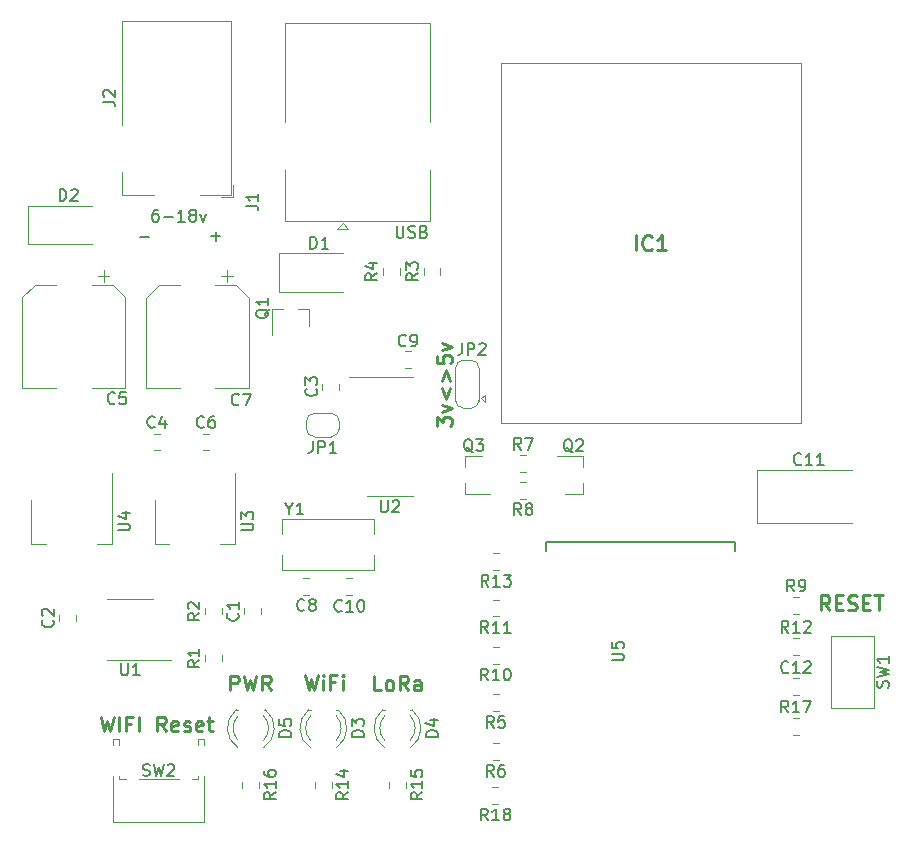
<source format=gbr>
G04 #@! TF.GenerationSoftware,KiCad,Pcbnew,(5.1.5)-3*
G04 #@! TF.CreationDate,2021-12-10T20:52:45-03:00*
G04 #@! TF.ProjectId,server,73657276-6572-42e6-9b69-6361645f7063,rev?*
G04 #@! TF.SameCoordinates,Original*
G04 #@! TF.FileFunction,Legend,Top*
G04 #@! TF.FilePolarity,Positive*
%FSLAX46Y46*%
G04 Gerber Fmt 4.6, Leading zero omitted, Abs format (unit mm)*
G04 Created by KiCad (PCBNEW (5.1.5)-3) date 2021-12-10 20:52:45*
%MOMM*%
%LPD*%
G04 APERTURE LIST*
%ADD10C,0.200000*%
%ADD11C,0.250000*%
%ADD12C,0.120000*%
%ADD13C,0.152400*%
%ADD14C,0.100000*%
%ADD15C,0.150000*%
%ADD16C,0.254000*%
G04 APERTURE END LIST*
D10*
X57574655Y-38812220D02*
X57574655Y-39621744D01*
X57622274Y-39716982D01*
X57669893Y-39764601D01*
X57765131Y-39812220D01*
X57955607Y-39812220D01*
X58050845Y-39764601D01*
X58098464Y-39716982D01*
X58146083Y-39621744D01*
X58146083Y-38812220D01*
X58574655Y-39764601D02*
X58717512Y-39812220D01*
X58955607Y-39812220D01*
X59050845Y-39764601D01*
X59098464Y-39716982D01*
X59146083Y-39621744D01*
X59146083Y-39526506D01*
X59098464Y-39431268D01*
X59050845Y-39383649D01*
X58955607Y-39336030D01*
X58765131Y-39288411D01*
X58669893Y-39240792D01*
X58622274Y-39193173D01*
X58574655Y-39097935D01*
X58574655Y-39002697D01*
X58622274Y-38907459D01*
X58669893Y-38859840D01*
X58765131Y-38812220D01*
X59003226Y-38812220D01*
X59146083Y-38859840D01*
X59907988Y-39288411D02*
X60050845Y-39336030D01*
X60098464Y-39383649D01*
X60146083Y-39478887D01*
X60146083Y-39621744D01*
X60098464Y-39716982D01*
X60050845Y-39764601D01*
X59955607Y-39812220D01*
X59574655Y-39812220D01*
X59574655Y-38812220D01*
X59907988Y-38812220D01*
X60003226Y-38859840D01*
X60050845Y-38907459D01*
X60098464Y-39002697D01*
X60098464Y-39097935D01*
X60050845Y-39193173D01*
X60003226Y-39240792D01*
X59907988Y-39288411D01*
X59574655Y-39288411D01*
X37359175Y-37448240D02*
X37168699Y-37448240D01*
X37073460Y-37495860D01*
X37025841Y-37543479D01*
X36930603Y-37686336D01*
X36882984Y-37876812D01*
X36882984Y-38257764D01*
X36930603Y-38353002D01*
X36978222Y-38400621D01*
X37073460Y-38448240D01*
X37263937Y-38448240D01*
X37359175Y-38400621D01*
X37406794Y-38353002D01*
X37454413Y-38257764D01*
X37454413Y-38019669D01*
X37406794Y-37924431D01*
X37359175Y-37876812D01*
X37263937Y-37829193D01*
X37073460Y-37829193D01*
X36978222Y-37876812D01*
X36930603Y-37924431D01*
X36882984Y-38019669D01*
X37882984Y-38067288D02*
X38644889Y-38067288D01*
X39644889Y-38448240D02*
X39073460Y-38448240D01*
X39359175Y-38448240D02*
X39359175Y-37448240D01*
X39263937Y-37591098D01*
X39168699Y-37686336D01*
X39073460Y-37733955D01*
X40216318Y-37876812D02*
X40121080Y-37829193D01*
X40073460Y-37781574D01*
X40025841Y-37686336D01*
X40025841Y-37638717D01*
X40073460Y-37543479D01*
X40121080Y-37495860D01*
X40216318Y-37448240D01*
X40406794Y-37448240D01*
X40502032Y-37495860D01*
X40549651Y-37543479D01*
X40597270Y-37638717D01*
X40597270Y-37686336D01*
X40549651Y-37781574D01*
X40502032Y-37829193D01*
X40406794Y-37876812D01*
X40216318Y-37876812D01*
X40121080Y-37924431D01*
X40073460Y-37972050D01*
X40025841Y-38067288D01*
X40025841Y-38257764D01*
X40073460Y-38353002D01*
X40121080Y-38400621D01*
X40216318Y-38448240D01*
X40406794Y-38448240D01*
X40502032Y-38400621D01*
X40549651Y-38353002D01*
X40597270Y-38257764D01*
X40597270Y-38067288D01*
X40549651Y-37972050D01*
X40502032Y-37924431D01*
X40406794Y-37876812D01*
X40930603Y-37781574D02*
X41168699Y-38448240D01*
X41406794Y-37781574D01*
X35872467Y-39733528D02*
X36634372Y-39733528D01*
X41864327Y-39705588D02*
X42626232Y-39705588D01*
X42245280Y-40086540D02*
X42245280Y-39324636D01*
D11*
X60996836Y-55754624D02*
X60996836Y-54980815D01*
X61473026Y-55397481D01*
X61473026Y-55218910D01*
X61532550Y-55099862D01*
X61592074Y-55040339D01*
X61711121Y-54980815D01*
X62008740Y-54980815D01*
X62127788Y-55040339D01*
X62187312Y-55099862D01*
X62246836Y-55218910D01*
X62246836Y-55576053D01*
X62187312Y-55695100D01*
X62127788Y-55754624D01*
X61413502Y-54564148D02*
X62246836Y-54266529D01*
X61413502Y-53968910D01*
X61413502Y-52540339D02*
X61770645Y-53492720D01*
X62127788Y-52540339D01*
X61413502Y-51945100D02*
X61770645Y-50992720D01*
X62127788Y-51945100D01*
X60996836Y-49802243D02*
X60996836Y-50397481D01*
X61592074Y-50457005D01*
X61532550Y-50397481D01*
X61473026Y-50278434D01*
X61473026Y-49980815D01*
X61532550Y-49861767D01*
X61592074Y-49802243D01*
X61711121Y-49742720D01*
X62008740Y-49742720D01*
X62127788Y-49802243D01*
X62187312Y-49861767D01*
X62246836Y-49980815D01*
X62246836Y-50278434D01*
X62187312Y-50397481D01*
X62127788Y-50457005D01*
X61413502Y-49326053D02*
X62246836Y-49028434D01*
X61413502Y-48730815D01*
X94219383Y-71352736D02*
X93802717Y-70757498D01*
X93505098Y-71352736D02*
X93505098Y-70102736D01*
X93981288Y-70102736D01*
X94100336Y-70162260D01*
X94159860Y-70221783D01*
X94219383Y-70340831D01*
X94219383Y-70519402D01*
X94159860Y-70638450D01*
X94100336Y-70697974D01*
X93981288Y-70757498D01*
X93505098Y-70757498D01*
X94755098Y-70697974D02*
X95171764Y-70697974D01*
X95350336Y-71352736D02*
X94755098Y-71352736D01*
X94755098Y-70102736D01*
X95350336Y-70102736D01*
X95826526Y-71293212D02*
X96005098Y-71352736D01*
X96302717Y-71352736D01*
X96421764Y-71293212D01*
X96481288Y-71233688D01*
X96540812Y-71114640D01*
X96540812Y-70995593D01*
X96481288Y-70876545D01*
X96421764Y-70817021D01*
X96302717Y-70757498D01*
X96064621Y-70697974D01*
X95945574Y-70638450D01*
X95886050Y-70578926D01*
X95826526Y-70459879D01*
X95826526Y-70340831D01*
X95886050Y-70221783D01*
X95945574Y-70162260D01*
X96064621Y-70102736D01*
X96362240Y-70102736D01*
X96540812Y-70162260D01*
X97076526Y-70697974D02*
X97493193Y-70697974D01*
X97671764Y-71352736D02*
X97076526Y-71352736D01*
X97076526Y-70102736D01*
X97671764Y-70102736D01*
X98028907Y-70102736D02*
X98743193Y-70102736D01*
X98386050Y-71352736D02*
X98386050Y-70102736D01*
X56276252Y-78126916D02*
X55681014Y-78126916D01*
X55681014Y-76876916D01*
X56871490Y-78126916D02*
X56752442Y-78067392D01*
X56692919Y-78007868D01*
X56633395Y-77888820D01*
X56633395Y-77531678D01*
X56692919Y-77412630D01*
X56752442Y-77353106D01*
X56871490Y-77293582D01*
X57050061Y-77293582D01*
X57169109Y-77353106D01*
X57228633Y-77412630D01*
X57288157Y-77531678D01*
X57288157Y-77888820D01*
X57228633Y-78007868D01*
X57169109Y-78067392D01*
X57050061Y-78126916D01*
X56871490Y-78126916D01*
X58538157Y-78126916D02*
X58121490Y-77531678D01*
X57823871Y-78126916D02*
X57823871Y-76876916D01*
X58300061Y-76876916D01*
X58419109Y-76936440D01*
X58478633Y-76995963D01*
X58538157Y-77115011D01*
X58538157Y-77293582D01*
X58478633Y-77412630D01*
X58419109Y-77472154D01*
X58300061Y-77531678D01*
X57823871Y-77531678D01*
X59609585Y-78126916D02*
X59609585Y-77472154D01*
X59550061Y-77353106D01*
X59431014Y-77293582D01*
X59192919Y-77293582D01*
X59073871Y-77353106D01*
X59609585Y-78067392D02*
X59490538Y-78126916D01*
X59192919Y-78126916D01*
X59073871Y-78067392D01*
X59014347Y-77948344D01*
X59014347Y-77829297D01*
X59073871Y-77710249D01*
X59192919Y-77650725D01*
X59490538Y-77650725D01*
X59609585Y-77591201D01*
X49829293Y-76818496D02*
X50126912Y-78068496D01*
X50365007Y-77175639D01*
X50603102Y-78068496D01*
X50900721Y-76818496D01*
X51376912Y-78068496D02*
X51376912Y-77235162D01*
X51376912Y-76818496D02*
X51317388Y-76878020D01*
X51376912Y-76937543D01*
X51436436Y-76878020D01*
X51376912Y-76818496D01*
X51376912Y-76937543D01*
X52388817Y-77413734D02*
X51972150Y-77413734D01*
X51972150Y-78068496D02*
X51972150Y-76818496D01*
X52567388Y-76818496D01*
X53043579Y-78068496D02*
X53043579Y-77235162D01*
X53043579Y-76818496D02*
X52984055Y-76878020D01*
X53043579Y-76937543D01*
X53103102Y-76878020D01*
X53043579Y-76818496D01*
X53043579Y-76937543D01*
X43504693Y-78126916D02*
X43504693Y-76876916D01*
X43980883Y-76876916D01*
X44099931Y-76936440D01*
X44159455Y-76995963D01*
X44218979Y-77115011D01*
X44218979Y-77293582D01*
X44159455Y-77412630D01*
X44099931Y-77472154D01*
X43980883Y-77531678D01*
X43504693Y-77531678D01*
X44635645Y-76876916D02*
X44933264Y-78126916D01*
X45171360Y-77234059D01*
X45409455Y-78126916D01*
X45707074Y-76876916D01*
X46897550Y-78126916D02*
X46480883Y-77531678D01*
X46183264Y-78126916D02*
X46183264Y-76876916D01*
X46659455Y-76876916D01*
X46778502Y-76936440D01*
X46838026Y-76995963D01*
X46897550Y-77115011D01*
X46897550Y-77293582D01*
X46838026Y-77412630D01*
X46778502Y-77472154D01*
X46659455Y-77531678D01*
X46183264Y-77531678D01*
X32541639Y-80354176D02*
X32839258Y-81604176D01*
X33077353Y-80711319D01*
X33315448Y-81604176D01*
X33613067Y-80354176D01*
X34089258Y-81604176D02*
X34089258Y-80354176D01*
X35101162Y-80949414D02*
X34684496Y-80949414D01*
X34684496Y-81604176D02*
X34684496Y-80354176D01*
X35279734Y-80354176D01*
X35755924Y-81604176D02*
X35755924Y-80354176D01*
X38017829Y-81604176D02*
X37601162Y-81008938D01*
X37303543Y-81604176D02*
X37303543Y-80354176D01*
X37779734Y-80354176D01*
X37898781Y-80413700D01*
X37958305Y-80473223D01*
X38017829Y-80592271D01*
X38017829Y-80770842D01*
X37958305Y-80889890D01*
X37898781Y-80949414D01*
X37779734Y-81008938D01*
X37303543Y-81008938D01*
X39029734Y-81544652D02*
X38910686Y-81604176D01*
X38672591Y-81604176D01*
X38553543Y-81544652D01*
X38494020Y-81425604D01*
X38494020Y-80949414D01*
X38553543Y-80830366D01*
X38672591Y-80770842D01*
X38910686Y-80770842D01*
X39029734Y-80830366D01*
X39089258Y-80949414D01*
X39089258Y-81068461D01*
X38494020Y-81187509D01*
X39565448Y-81544652D02*
X39684496Y-81604176D01*
X39922591Y-81604176D01*
X40041639Y-81544652D01*
X40101162Y-81425604D01*
X40101162Y-81366080D01*
X40041639Y-81247033D01*
X39922591Y-81187509D01*
X39744020Y-81187509D01*
X39624972Y-81127985D01*
X39565448Y-81008938D01*
X39565448Y-80949414D01*
X39624972Y-80830366D01*
X39744020Y-80770842D01*
X39922591Y-80770842D01*
X40041639Y-80830366D01*
X41113067Y-81544652D02*
X40994020Y-81604176D01*
X40755924Y-81604176D01*
X40636877Y-81544652D01*
X40577353Y-81425604D01*
X40577353Y-80949414D01*
X40636877Y-80830366D01*
X40755924Y-80770842D01*
X40994020Y-80770842D01*
X41113067Y-80830366D01*
X41172591Y-80949414D01*
X41172591Y-81068461D01*
X40577353Y-81187509D01*
X41529734Y-80770842D02*
X42005924Y-80770842D01*
X41708305Y-80354176D02*
X41708305Y-81425604D01*
X41767829Y-81544652D01*
X41886877Y-81604176D01*
X42005924Y-81604176D01*
D12*
X94319480Y-73508300D02*
X98019480Y-73508300D01*
X94319480Y-79628300D02*
X94319480Y-73508300D01*
X98019480Y-79628300D02*
X94319480Y-79628300D01*
X98019480Y-73508300D02*
X98019480Y-79628300D01*
X58780178Y-49394040D02*
X58263022Y-49394040D01*
X58780178Y-50814040D02*
X58263022Y-50814040D01*
X52673320Y-52676558D02*
X52673320Y-52159402D01*
X51253320Y-52676558D02*
X51253320Y-52159402D01*
X52023240Y-56666640D02*
X50623240Y-56666640D01*
X49923240Y-55966640D02*
X49923240Y-55366640D01*
X50623240Y-54666640D02*
X52023240Y-54666640D01*
X52723240Y-55366640D02*
X52723240Y-55966640D01*
X52723240Y-55966640D02*
G75*
G02X52023240Y-56666640I-700000J0D01*
G01*
X52023240Y-54666640D02*
G75*
G02X52723240Y-55366640I0J-700000D01*
G01*
X49923240Y-55366640D02*
G75*
G02X50623240Y-54666640I700000J0D01*
G01*
X50623240Y-56666640D02*
G75*
G02X49923240Y-55966640I0J700000D01*
G01*
X63258420Y-54257160D02*
G75*
G02X62558420Y-53557160I0J700000D01*
G01*
X64558420Y-53557160D02*
G75*
G02X63858420Y-54257160I-700000J0D01*
G01*
X63858420Y-50157160D02*
G75*
G02X64558420Y-50857160I0J-700000D01*
G01*
X62558420Y-50857160D02*
G75*
G02X63258420Y-50157160I700000J0D01*
G01*
X62558420Y-53607160D02*
X62558420Y-50807160D01*
X63258420Y-50157160D02*
X63858420Y-50157160D01*
X64558420Y-50807160D02*
X64558420Y-53607160D01*
X63858420Y-54257160D02*
X63258420Y-54257160D01*
X64758420Y-53407160D02*
X65058420Y-53707160D01*
X65058420Y-53707160D02*
X65058420Y-53107160D01*
X64758420Y-53407160D02*
X65058420Y-53107160D01*
X91115382Y-81901100D02*
X91632538Y-81901100D01*
X91115382Y-80481100D02*
X91632538Y-80481100D01*
X39124800Y-85628760D02*
X35724800Y-85628760D01*
X40764800Y-85628760D02*
X40224800Y-85628760D01*
X33564800Y-82798760D02*
X33564800Y-82288760D01*
X34084800Y-82288760D02*
X33564800Y-82288760D01*
X34084800Y-82798760D02*
X34084800Y-82288760D01*
X34624800Y-85628760D02*
X34084800Y-85628760D01*
X41284800Y-82798760D02*
X41284800Y-82288760D01*
X40764800Y-82798760D02*
X40764800Y-82288760D01*
X34084800Y-85628760D02*
X34084800Y-85398760D01*
X41284800Y-89298760D02*
X41284800Y-85398760D01*
X41284800Y-82288760D02*
X40764800Y-82288760D01*
X33564800Y-89298760D02*
X33564800Y-85398760D01*
X41284800Y-89298760D02*
X33564800Y-89298760D01*
X40764800Y-85628760D02*
X40764800Y-85398760D01*
X88051080Y-63976920D02*
X96111080Y-63976920D01*
X88051080Y-59456920D02*
X88051080Y-63976920D01*
X96111080Y-59456920D02*
X88051080Y-59456920D01*
X43726200Y-43083800D02*
X42726200Y-43083800D01*
X43226200Y-42583800D02*
X43226200Y-43583800D01*
X37420637Y-43823800D02*
X36356200Y-44888237D01*
X44011763Y-43823800D02*
X45076200Y-44888237D01*
X44011763Y-43823800D02*
X42226200Y-43823800D01*
X37420637Y-43823800D02*
X39206200Y-43823800D01*
X36356200Y-44888237D02*
X36356200Y-52543800D01*
X45076200Y-44888237D02*
X45076200Y-52543800D01*
X45076200Y-52543800D02*
X42226200Y-52543800D01*
X36356200Y-52543800D02*
X39206200Y-52543800D01*
X33261400Y-43033000D02*
X32261400Y-43033000D01*
X32761400Y-42533000D02*
X32761400Y-43533000D01*
X26955837Y-43773000D02*
X25891400Y-44837437D01*
X33546963Y-43773000D02*
X34611400Y-44837437D01*
X33546963Y-43773000D02*
X31761400Y-43773000D01*
X26955837Y-43773000D02*
X28741400Y-43773000D01*
X25891400Y-44837437D02*
X25891400Y-52493000D01*
X34611400Y-44837437D02*
X34611400Y-52493000D01*
X34611400Y-52493000D02*
X31761400Y-52493000D01*
X25891400Y-52493000D02*
X28741400Y-52493000D01*
D13*
X70251320Y-65557400D02*
X70251320Y-66319400D01*
X86253320Y-65557400D02*
X70251320Y-65557400D01*
X86253320Y-66319400D02*
X86253320Y-65557400D01*
D12*
X47847740Y-67956000D02*
X47847740Y-66686000D01*
X55687740Y-67956000D02*
X55687740Y-66686000D01*
X47847740Y-63616000D02*
X55687740Y-63616000D01*
X55687740Y-63616000D02*
X55687740Y-64886000D01*
X47847740Y-63616000D02*
X47847740Y-64886000D01*
X47847740Y-67956000D02*
X55687740Y-67956000D01*
X66191898Y-86328180D02*
X65674742Y-86328180D01*
X66191898Y-87748180D02*
X65674742Y-87748180D01*
X44519780Y-85867742D02*
X44519780Y-86384898D01*
X45939780Y-85867742D02*
X45939780Y-86384898D01*
X56937840Y-85860122D02*
X56937840Y-86377278D01*
X58357840Y-85860122D02*
X58357840Y-86377278D01*
X50656420Y-85865202D02*
X50656420Y-86382358D01*
X52076420Y-85865202D02*
X52076420Y-86382358D01*
X65735702Y-67903160D02*
X66252858Y-67903160D01*
X65735702Y-66483160D02*
X66252858Y-66483160D01*
X91123002Y-75154860D02*
X91640158Y-75154860D01*
X91123002Y-73734860D02*
X91640158Y-73734860D01*
X66217298Y-70460800D02*
X65700142Y-70460800D01*
X66217298Y-71880800D02*
X65700142Y-71880800D01*
X66217298Y-74474000D02*
X65700142Y-74474000D01*
X66217298Y-75894000D02*
X65700142Y-75894000D01*
X91138242Y-71662360D02*
X91655398Y-71662360D01*
X91138242Y-70242360D02*
X91655398Y-70242360D01*
X68543938Y-60476060D02*
X68026782Y-60476060D01*
X68543938Y-61896060D02*
X68026782Y-61896060D01*
X68026782Y-59660860D02*
X68543938Y-59660860D01*
X68026782Y-58240860D02*
X68543938Y-58240860D01*
X65700142Y-84022000D02*
X66217298Y-84022000D01*
X65700142Y-82602000D02*
X66217298Y-82602000D01*
X66217298Y-78461800D02*
X65700142Y-78461800D01*
X66217298Y-79881800D02*
X65700142Y-79881800D01*
X57829520Y-42928038D02*
X57829520Y-42410882D01*
X56409520Y-42928038D02*
X56409520Y-42410882D01*
X61271220Y-42928038D02*
X61271220Y-42410882D01*
X59851220Y-42928038D02*
X59851220Y-42410882D01*
X42782560Y-71701158D02*
X42782560Y-71184002D01*
X41362560Y-71701158D02*
X41362560Y-71184002D01*
X42782560Y-75688958D02*
X42782560Y-75171802D01*
X41362560Y-75688958D02*
X41362560Y-75171802D01*
X34363600Y-36160000D02*
X34363600Y-34260000D01*
X43563600Y-21460000D02*
X43563600Y-36160000D01*
X43563600Y-36160000D02*
X40963600Y-36160000D01*
X34363600Y-21460000D02*
X43563600Y-21460000D01*
X34363600Y-30260000D02*
X34363600Y-21460000D01*
X37063600Y-36160000D02*
X34363600Y-36160000D01*
X42713600Y-36360000D02*
X43763600Y-36360000D01*
X43763600Y-35310000D02*
X43763600Y-36360000D01*
X60410000Y-21650000D02*
X60410000Y-30010000D01*
X48090000Y-34110000D02*
X48090000Y-38370000D01*
X48090000Y-30010000D02*
X48090000Y-21650000D01*
X53000000Y-38590000D02*
X52500000Y-39090000D01*
X60410000Y-38370000D02*
X60410000Y-34110000D01*
X48090000Y-38370000D02*
X60410000Y-38370000D01*
X53500000Y-39090000D02*
X53000000Y-38590000D01*
X48090000Y-21650000D02*
X60410000Y-21650000D01*
X52500000Y-39090000D02*
X53500000Y-39090000D01*
X33458200Y-59730200D02*
X33458200Y-65740200D01*
X26638200Y-61980200D02*
X26638200Y-65740200D01*
X33458200Y-65740200D02*
X32198200Y-65740200D01*
X26638200Y-65740200D02*
X27898200Y-65740200D01*
X43897600Y-59730200D02*
X43897600Y-65740200D01*
X37077600Y-61980200D02*
X37077600Y-65740200D01*
X43897600Y-65740200D02*
X42637600Y-65740200D01*
X37077600Y-65740200D02*
X38337600Y-65740200D01*
X56997600Y-51599780D02*
X53547600Y-51599780D01*
X56997600Y-51599780D02*
X58947600Y-51599780D01*
X56997600Y-61719780D02*
X55047600Y-61719780D01*
X56997600Y-61719780D02*
X58947600Y-61719780D01*
X35011360Y-75551980D02*
X38461360Y-75551980D01*
X35011360Y-75551980D02*
X33061360Y-75551980D01*
X35011360Y-70431980D02*
X36961360Y-70431980D01*
X35011360Y-70431980D02*
X33061360Y-70431980D01*
X63341980Y-58320820D02*
X64801980Y-58320820D01*
X63341980Y-61480820D02*
X65501980Y-61480820D01*
X63341980Y-61480820D02*
X63341980Y-60550820D01*
X63341980Y-58320820D02*
X63341980Y-59250820D01*
X73322720Y-61480820D02*
X71862720Y-61480820D01*
X73322720Y-58320820D02*
X71162720Y-58320820D01*
X73322720Y-58320820D02*
X73322720Y-59250820D01*
X73322720Y-61480820D02*
X73322720Y-60550820D01*
X50160040Y-45859160D02*
X50160040Y-47319160D01*
X47000040Y-45859160D02*
X47000040Y-48019160D01*
X47000040Y-45859160D02*
X47930040Y-45859160D01*
X50160040Y-45859160D02*
X49230040Y-45859160D01*
D14*
X66370200Y-25060000D02*
X91770200Y-25060000D01*
X91770200Y-25060000D02*
X91770200Y-55540000D01*
X91770200Y-55540000D02*
X66370200Y-55540000D01*
X66370200Y-55540000D02*
X66370200Y-25060000D01*
D12*
X44149780Y-79765720D02*
X43993780Y-79765720D01*
X46465780Y-79765720D02*
X46309780Y-79765720D01*
X44149943Y-82366850D02*
G75*
G02X44149780Y-80284759I1079837J1041130D01*
G01*
X46309617Y-82366850D02*
G75*
G03X46309780Y-80284759I-1079837J1041130D01*
G01*
X44151172Y-82998055D02*
G75*
G02X43994264Y-79765720I1078608J1672335D01*
G01*
X46308388Y-82998055D02*
G75*
G03X46465296Y-79765720I-1078608J1672335D01*
G01*
X56567840Y-79765720D02*
X56411840Y-79765720D01*
X58883840Y-79765720D02*
X58727840Y-79765720D01*
X56568003Y-82366850D02*
G75*
G02X56567840Y-80284759I1079837J1041130D01*
G01*
X58727677Y-82366850D02*
G75*
G03X58727840Y-80284759I-1079837J1041130D01*
G01*
X56569232Y-82998055D02*
G75*
G02X56412324Y-79765720I1078608J1672335D01*
G01*
X58726448Y-82998055D02*
G75*
G03X58883356Y-79765720I-1078608J1672335D01*
G01*
X50294040Y-79765720D02*
X50138040Y-79765720D01*
X52610040Y-79765720D02*
X52454040Y-79765720D01*
X50294203Y-82366850D02*
G75*
G02X50294040Y-80284759I1079837J1041130D01*
G01*
X52453877Y-82366850D02*
G75*
G03X52454040Y-80284759I-1079837J1041130D01*
G01*
X50295432Y-82998055D02*
G75*
G02X50138524Y-79765720I1078608J1672335D01*
G01*
X52452648Y-82998055D02*
G75*
G03X52609556Y-79765720I-1078608J1672335D01*
G01*
X26387600Y-37085000D02*
X31787600Y-37085000D01*
X26387600Y-40385000D02*
X31787600Y-40385000D01*
X26387600Y-37085000D02*
X26387600Y-40385000D01*
X47600660Y-41138840D02*
X53000660Y-41138840D01*
X47600660Y-44438840D02*
X53000660Y-44438840D01*
X47600660Y-41138840D02*
X47600660Y-44438840D01*
X91637618Y-77087660D02*
X91120462Y-77087660D01*
X91637618Y-78507660D02*
X91120462Y-78507660D01*
X53829718Y-68657400D02*
X53312562Y-68657400D01*
X53829718Y-70077400D02*
X53312562Y-70077400D01*
X49680362Y-70077400D02*
X50197518Y-70077400D01*
X49680362Y-68657400D02*
X50197518Y-68657400D01*
X41168822Y-57809200D02*
X41685978Y-57809200D01*
X41168822Y-56389200D02*
X41685978Y-56389200D01*
X37520378Y-56389200D02*
X37003222Y-56389200D01*
X37520378Y-57809200D02*
X37003222Y-57809200D01*
X30450860Y-72282818D02*
X30450860Y-71765662D01*
X29030860Y-72282818D02*
X29030860Y-71765662D01*
X46109960Y-71701158D02*
X46109960Y-71184002D01*
X44689960Y-71701158D02*
X44689960Y-71184002D01*
D15*
X99174241Y-77901633D02*
X99221860Y-77758776D01*
X99221860Y-77520680D01*
X99174241Y-77425442D01*
X99126622Y-77377823D01*
X99031384Y-77330204D01*
X98936146Y-77330204D01*
X98840908Y-77377823D01*
X98793289Y-77425442D01*
X98745670Y-77520680D01*
X98698051Y-77711157D01*
X98650432Y-77806395D01*
X98602813Y-77854014D01*
X98507575Y-77901633D01*
X98412337Y-77901633D01*
X98317099Y-77854014D01*
X98269480Y-77806395D01*
X98221860Y-77711157D01*
X98221860Y-77473061D01*
X98269480Y-77330204D01*
X98221860Y-76996871D02*
X99221860Y-76758776D01*
X98507575Y-76568300D01*
X99221860Y-76377823D01*
X98221860Y-76139728D01*
X99221860Y-75234966D02*
X99221860Y-75806395D01*
X99221860Y-75520680D02*
X98221860Y-75520680D01*
X98364718Y-75615919D01*
X98459956Y-75711157D01*
X98507575Y-75806395D01*
X58354933Y-48911782D02*
X58307314Y-48959401D01*
X58164457Y-49007020D01*
X58069219Y-49007020D01*
X57926361Y-48959401D01*
X57831123Y-48864163D01*
X57783504Y-48768925D01*
X57735885Y-48578449D01*
X57735885Y-48435592D01*
X57783504Y-48245116D01*
X57831123Y-48149878D01*
X57926361Y-48054640D01*
X58069219Y-48007020D01*
X58164457Y-48007020D01*
X58307314Y-48054640D01*
X58354933Y-48102259D01*
X58831123Y-49007020D02*
X59021600Y-49007020D01*
X59116838Y-48959401D01*
X59164457Y-48911782D01*
X59259695Y-48768925D01*
X59307314Y-48578449D01*
X59307314Y-48197497D01*
X59259695Y-48102259D01*
X59212076Y-48054640D01*
X59116838Y-48007020D01*
X58926361Y-48007020D01*
X58831123Y-48054640D01*
X58783504Y-48102259D01*
X58735885Y-48197497D01*
X58735885Y-48435592D01*
X58783504Y-48530830D01*
X58831123Y-48578449D01*
X58926361Y-48626068D01*
X59116838Y-48626068D01*
X59212076Y-48578449D01*
X59259695Y-48530830D01*
X59307314Y-48435592D01*
X50755822Y-52582106D02*
X50803441Y-52629725D01*
X50851060Y-52772582D01*
X50851060Y-52867820D01*
X50803441Y-53010678D01*
X50708203Y-53105916D01*
X50612965Y-53153535D01*
X50422489Y-53201154D01*
X50279632Y-53201154D01*
X50089156Y-53153535D01*
X49993918Y-53105916D01*
X49898680Y-53010678D01*
X49851060Y-52867820D01*
X49851060Y-52772582D01*
X49898680Y-52629725D01*
X49946299Y-52582106D01*
X49851060Y-52248773D02*
X49851060Y-51629725D01*
X50232013Y-51963059D01*
X50232013Y-51820201D01*
X50279632Y-51724963D01*
X50327251Y-51677344D01*
X50422489Y-51629725D01*
X50660584Y-51629725D01*
X50755822Y-51677344D01*
X50803441Y-51724963D01*
X50851060Y-51820201D01*
X50851060Y-52105916D01*
X50803441Y-52201154D01*
X50755822Y-52248773D01*
X50472126Y-57041800D02*
X50472126Y-57756086D01*
X50424507Y-57898943D01*
X50329269Y-57994181D01*
X50186412Y-58041800D01*
X50091174Y-58041800D01*
X50948317Y-58041800D02*
X50948317Y-57041800D01*
X51329269Y-57041800D01*
X51424507Y-57089420D01*
X51472126Y-57137039D01*
X51519745Y-57232277D01*
X51519745Y-57375134D01*
X51472126Y-57470372D01*
X51424507Y-57517991D01*
X51329269Y-57565610D01*
X50948317Y-57565610D01*
X52472126Y-58041800D02*
X51900698Y-58041800D01*
X52186412Y-58041800D02*
X52186412Y-57041800D01*
X52091174Y-57184658D01*
X51995936Y-57279896D01*
X51900698Y-57327515D01*
X63118786Y-48730920D02*
X63118786Y-49445206D01*
X63071167Y-49588063D01*
X62975929Y-49683301D01*
X62833072Y-49730920D01*
X62737834Y-49730920D01*
X63594977Y-49730920D02*
X63594977Y-48730920D01*
X63975929Y-48730920D01*
X64071167Y-48778540D01*
X64118786Y-48826159D01*
X64166405Y-48921397D01*
X64166405Y-49064254D01*
X64118786Y-49159492D01*
X64071167Y-49207111D01*
X63975929Y-49254730D01*
X63594977Y-49254730D01*
X64547358Y-48826159D02*
X64594977Y-48778540D01*
X64690215Y-48730920D01*
X64928310Y-48730920D01*
X65023548Y-48778540D01*
X65071167Y-48826159D01*
X65118786Y-48921397D01*
X65118786Y-49016635D01*
X65071167Y-49159492D01*
X64499739Y-49730920D01*
X65118786Y-49730920D01*
X90731102Y-79993480D02*
X90397769Y-79517290D01*
X90159674Y-79993480D02*
X90159674Y-78993480D01*
X90540626Y-78993480D01*
X90635864Y-79041100D01*
X90683483Y-79088719D01*
X90731102Y-79183957D01*
X90731102Y-79326814D01*
X90683483Y-79422052D01*
X90635864Y-79469671D01*
X90540626Y-79517290D01*
X90159674Y-79517290D01*
X91683483Y-79993480D02*
X91112055Y-79993480D01*
X91397769Y-79993480D02*
X91397769Y-78993480D01*
X91302531Y-79136338D01*
X91207293Y-79231576D01*
X91112055Y-79279195D01*
X92016817Y-78993480D02*
X92683483Y-78993480D01*
X92254912Y-79993480D01*
X36091466Y-85323521D02*
X36234323Y-85371140D01*
X36472419Y-85371140D01*
X36567657Y-85323521D01*
X36615276Y-85275902D01*
X36662895Y-85180664D01*
X36662895Y-85085426D01*
X36615276Y-84990188D01*
X36567657Y-84942569D01*
X36472419Y-84894950D01*
X36281942Y-84847331D01*
X36186704Y-84799712D01*
X36139085Y-84752093D01*
X36091466Y-84656855D01*
X36091466Y-84561617D01*
X36139085Y-84466379D01*
X36186704Y-84418760D01*
X36281942Y-84371140D01*
X36520038Y-84371140D01*
X36662895Y-84418760D01*
X36996228Y-84371140D02*
X37234323Y-85371140D01*
X37424800Y-84656855D01*
X37615276Y-85371140D01*
X37853371Y-84371140D01*
X38186704Y-84466379D02*
X38234323Y-84418760D01*
X38329561Y-84371140D01*
X38567657Y-84371140D01*
X38662895Y-84418760D01*
X38710514Y-84466379D01*
X38758133Y-84561617D01*
X38758133Y-84656855D01*
X38710514Y-84799712D01*
X38139085Y-85371140D01*
X38758133Y-85371140D01*
X91818222Y-58974062D02*
X91770603Y-59021681D01*
X91627746Y-59069300D01*
X91532508Y-59069300D01*
X91389651Y-59021681D01*
X91294413Y-58926443D01*
X91246794Y-58831205D01*
X91199175Y-58640729D01*
X91199175Y-58497872D01*
X91246794Y-58307396D01*
X91294413Y-58212158D01*
X91389651Y-58116920D01*
X91532508Y-58069300D01*
X91627746Y-58069300D01*
X91770603Y-58116920D01*
X91818222Y-58164539D01*
X92770603Y-59069300D02*
X92199175Y-59069300D01*
X92484889Y-59069300D02*
X92484889Y-58069300D01*
X92389651Y-58212158D01*
X92294413Y-58307396D01*
X92199175Y-58355015D01*
X93722984Y-59069300D02*
X93151556Y-59069300D01*
X93437270Y-59069300D02*
X93437270Y-58069300D01*
X93342032Y-58212158D01*
X93246794Y-58307396D01*
X93151556Y-58355015D01*
X44232533Y-53907962D02*
X44184914Y-53955581D01*
X44042057Y-54003200D01*
X43946819Y-54003200D01*
X43803961Y-53955581D01*
X43708723Y-53860343D01*
X43661104Y-53765105D01*
X43613485Y-53574629D01*
X43613485Y-53431772D01*
X43661104Y-53241296D01*
X43708723Y-53146058D01*
X43803961Y-53050820D01*
X43946819Y-53003200D01*
X44042057Y-53003200D01*
X44184914Y-53050820D01*
X44232533Y-53098439D01*
X44565866Y-53003200D02*
X45232533Y-53003200D01*
X44803961Y-54003200D01*
X33722013Y-53806362D02*
X33674394Y-53853981D01*
X33531537Y-53901600D01*
X33436299Y-53901600D01*
X33293441Y-53853981D01*
X33198203Y-53758743D01*
X33150584Y-53663505D01*
X33102965Y-53473029D01*
X33102965Y-53330172D01*
X33150584Y-53139696D01*
X33198203Y-53044458D01*
X33293441Y-52949220D01*
X33436299Y-52901600D01*
X33531537Y-52901600D01*
X33674394Y-52949220D01*
X33722013Y-52996839D01*
X34626775Y-52901600D02*
X34150584Y-52901600D01*
X34102965Y-53377791D01*
X34150584Y-53330172D01*
X34245822Y-53282553D01*
X34483918Y-53282553D01*
X34579156Y-53330172D01*
X34626775Y-53377791D01*
X34674394Y-53473029D01*
X34674394Y-53711124D01*
X34626775Y-53806362D01*
X34579156Y-53853981D01*
X34483918Y-53901600D01*
X34245822Y-53901600D01*
X34150584Y-53853981D01*
X34102965Y-53806362D01*
X75799700Y-75590304D02*
X76609224Y-75590304D01*
X76704462Y-75542685D01*
X76752081Y-75495066D01*
X76799700Y-75399828D01*
X76799700Y-75209352D01*
X76752081Y-75114114D01*
X76704462Y-75066495D01*
X76609224Y-75018876D01*
X75799700Y-75018876D01*
X75799700Y-74066495D02*
X75799700Y-74542685D01*
X76275891Y-74590304D01*
X76228272Y-74542685D01*
X76180653Y-74447447D01*
X76180653Y-74209352D01*
X76228272Y-74114114D01*
X76275891Y-74066495D01*
X76371129Y-74018876D01*
X76609224Y-74018876D01*
X76704462Y-74066495D01*
X76752081Y-74114114D01*
X76799700Y-74209352D01*
X76799700Y-74447447D01*
X76752081Y-74542685D01*
X76704462Y-74590304D01*
X48491549Y-62762190D02*
X48491549Y-63238380D01*
X48158216Y-62238380D02*
X48491549Y-62762190D01*
X48824882Y-62238380D01*
X49682025Y-63238380D02*
X49110597Y-63238380D01*
X49396311Y-63238380D02*
X49396311Y-62238380D01*
X49301073Y-62381238D01*
X49205835Y-62476476D01*
X49110597Y-62524095D01*
X65290462Y-89140560D02*
X64957129Y-88664370D01*
X64719034Y-89140560D02*
X64719034Y-88140560D01*
X65099986Y-88140560D01*
X65195224Y-88188180D01*
X65242843Y-88235799D01*
X65290462Y-88331037D01*
X65290462Y-88473894D01*
X65242843Y-88569132D01*
X65195224Y-88616751D01*
X65099986Y-88664370D01*
X64719034Y-88664370D01*
X66242843Y-89140560D02*
X65671415Y-89140560D01*
X65957129Y-89140560D02*
X65957129Y-88140560D01*
X65861891Y-88283418D01*
X65766653Y-88378656D01*
X65671415Y-88426275D01*
X66814272Y-88569132D02*
X66719034Y-88521513D01*
X66671415Y-88473894D01*
X66623796Y-88378656D01*
X66623796Y-88331037D01*
X66671415Y-88235799D01*
X66719034Y-88188180D01*
X66814272Y-88140560D01*
X67004748Y-88140560D01*
X67099986Y-88188180D01*
X67147605Y-88235799D01*
X67195224Y-88331037D01*
X67195224Y-88378656D01*
X67147605Y-88473894D01*
X67099986Y-88521513D01*
X67004748Y-88569132D01*
X66814272Y-88569132D01*
X66719034Y-88616751D01*
X66671415Y-88664370D01*
X66623796Y-88759608D01*
X66623796Y-88950084D01*
X66671415Y-89045322D01*
X66719034Y-89092941D01*
X66814272Y-89140560D01*
X67004748Y-89140560D01*
X67099986Y-89092941D01*
X67147605Y-89045322D01*
X67195224Y-88950084D01*
X67195224Y-88759608D01*
X67147605Y-88664370D01*
X67099986Y-88616751D01*
X67004748Y-88569132D01*
X47332160Y-86769177D02*
X46855970Y-87102510D01*
X47332160Y-87340605D02*
X46332160Y-87340605D01*
X46332160Y-86959653D01*
X46379780Y-86864415D01*
X46427399Y-86816796D01*
X46522637Y-86769177D01*
X46665494Y-86769177D01*
X46760732Y-86816796D01*
X46808351Y-86864415D01*
X46855970Y-86959653D01*
X46855970Y-87340605D01*
X47332160Y-85816796D02*
X47332160Y-86388224D01*
X47332160Y-86102510D02*
X46332160Y-86102510D01*
X46475018Y-86197748D01*
X46570256Y-86292986D01*
X46617875Y-86388224D01*
X46332160Y-84959653D02*
X46332160Y-85150129D01*
X46379780Y-85245367D01*
X46427399Y-85292986D01*
X46570256Y-85388224D01*
X46760732Y-85435843D01*
X47141684Y-85435843D01*
X47236922Y-85388224D01*
X47284541Y-85340605D01*
X47332160Y-85245367D01*
X47332160Y-85054891D01*
X47284541Y-84959653D01*
X47236922Y-84912034D01*
X47141684Y-84864415D01*
X46903589Y-84864415D01*
X46808351Y-84912034D01*
X46760732Y-84959653D01*
X46713113Y-85054891D01*
X46713113Y-85245367D01*
X46760732Y-85340605D01*
X46808351Y-85388224D01*
X46903589Y-85435843D01*
X59750220Y-86761557D02*
X59274030Y-87094890D01*
X59750220Y-87332985D02*
X58750220Y-87332985D01*
X58750220Y-86952033D01*
X58797840Y-86856795D01*
X58845459Y-86809176D01*
X58940697Y-86761557D01*
X59083554Y-86761557D01*
X59178792Y-86809176D01*
X59226411Y-86856795D01*
X59274030Y-86952033D01*
X59274030Y-87332985D01*
X59750220Y-85809176D02*
X59750220Y-86380604D01*
X59750220Y-86094890D02*
X58750220Y-86094890D01*
X58893078Y-86190128D01*
X58988316Y-86285366D01*
X59035935Y-86380604D01*
X58750220Y-84904414D02*
X58750220Y-85380604D01*
X59226411Y-85428223D01*
X59178792Y-85380604D01*
X59131173Y-85285366D01*
X59131173Y-85047271D01*
X59178792Y-84952033D01*
X59226411Y-84904414D01*
X59321649Y-84856795D01*
X59559744Y-84856795D01*
X59654982Y-84904414D01*
X59702601Y-84952033D01*
X59750220Y-85047271D01*
X59750220Y-85285366D01*
X59702601Y-85380604D01*
X59654982Y-85428223D01*
X53468800Y-86766637D02*
X52992610Y-87099970D01*
X53468800Y-87338065D02*
X52468800Y-87338065D01*
X52468800Y-86957113D01*
X52516420Y-86861875D01*
X52564039Y-86814256D01*
X52659277Y-86766637D01*
X52802134Y-86766637D01*
X52897372Y-86814256D01*
X52944991Y-86861875D01*
X52992610Y-86957113D01*
X52992610Y-87338065D01*
X53468800Y-85814256D02*
X53468800Y-86385684D01*
X53468800Y-86099970D02*
X52468800Y-86099970D01*
X52611658Y-86195208D01*
X52706896Y-86290446D01*
X52754515Y-86385684D01*
X52802134Y-84957113D02*
X53468800Y-84957113D01*
X52421181Y-85195208D02*
X53135467Y-85433303D01*
X53135467Y-84814256D01*
X65351422Y-69347340D02*
X65018089Y-68871150D01*
X64779994Y-69347340D02*
X64779994Y-68347340D01*
X65160946Y-68347340D01*
X65256184Y-68394960D01*
X65303803Y-68442579D01*
X65351422Y-68537817D01*
X65351422Y-68680674D01*
X65303803Y-68775912D01*
X65256184Y-68823531D01*
X65160946Y-68871150D01*
X64779994Y-68871150D01*
X66303803Y-69347340D02*
X65732375Y-69347340D01*
X66018089Y-69347340D02*
X66018089Y-68347340D01*
X65922851Y-68490198D01*
X65827613Y-68585436D01*
X65732375Y-68633055D01*
X66637137Y-68347340D02*
X67256184Y-68347340D01*
X66922851Y-68728293D01*
X67065708Y-68728293D01*
X67160946Y-68775912D01*
X67208565Y-68823531D01*
X67256184Y-68918769D01*
X67256184Y-69156864D01*
X67208565Y-69252102D01*
X67160946Y-69299721D01*
X67065708Y-69347340D01*
X66779994Y-69347340D01*
X66684756Y-69299721D01*
X66637137Y-69252102D01*
X90738722Y-73247240D02*
X90405389Y-72771050D01*
X90167294Y-73247240D02*
X90167294Y-72247240D01*
X90548246Y-72247240D01*
X90643484Y-72294860D01*
X90691103Y-72342479D01*
X90738722Y-72437717D01*
X90738722Y-72580574D01*
X90691103Y-72675812D01*
X90643484Y-72723431D01*
X90548246Y-72771050D01*
X90167294Y-72771050D01*
X91691103Y-73247240D02*
X91119675Y-73247240D01*
X91405389Y-73247240D02*
X91405389Y-72247240D01*
X91310151Y-72390098D01*
X91214913Y-72485336D01*
X91119675Y-72532955D01*
X92072056Y-72342479D02*
X92119675Y-72294860D01*
X92214913Y-72247240D01*
X92453008Y-72247240D01*
X92548246Y-72294860D01*
X92595865Y-72342479D01*
X92643484Y-72437717D01*
X92643484Y-72532955D01*
X92595865Y-72675812D01*
X92024437Y-73247240D01*
X92643484Y-73247240D01*
X65315862Y-73273180D02*
X64982529Y-72796990D01*
X64744434Y-73273180D02*
X64744434Y-72273180D01*
X65125386Y-72273180D01*
X65220624Y-72320800D01*
X65268243Y-72368419D01*
X65315862Y-72463657D01*
X65315862Y-72606514D01*
X65268243Y-72701752D01*
X65220624Y-72749371D01*
X65125386Y-72796990D01*
X64744434Y-72796990D01*
X66268243Y-73273180D02*
X65696815Y-73273180D01*
X65982529Y-73273180D02*
X65982529Y-72273180D01*
X65887291Y-72416038D01*
X65792053Y-72511276D01*
X65696815Y-72558895D01*
X67220624Y-73273180D02*
X66649196Y-73273180D01*
X66934910Y-73273180D02*
X66934910Y-72273180D01*
X66839672Y-72416038D01*
X66744434Y-72511276D01*
X66649196Y-72558895D01*
X65315862Y-77286380D02*
X64982529Y-76810190D01*
X64744434Y-77286380D02*
X64744434Y-76286380D01*
X65125386Y-76286380D01*
X65220624Y-76334000D01*
X65268243Y-76381619D01*
X65315862Y-76476857D01*
X65315862Y-76619714D01*
X65268243Y-76714952D01*
X65220624Y-76762571D01*
X65125386Y-76810190D01*
X64744434Y-76810190D01*
X66268243Y-77286380D02*
X65696815Y-77286380D01*
X65982529Y-77286380D02*
X65982529Y-76286380D01*
X65887291Y-76429238D01*
X65792053Y-76524476D01*
X65696815Y-76572095D01*
X66887291Y-76286380D02*
X66982529Y-76286380D01*
X67077767Y-76334000D01*
X67125386Y-76381619D01*
X67173005Y-76476857D01*
X67220624Y-76667333D01*
X67220624Y-76905428D01*
X67173005Y-77095904D01*
X67125386Y-77191142D01*
X67077767Y-77238761D01*
X66982529Y-77286380D01*
X66887291Y-77286380D01*
X66792053Y-77238761D01*
X66744434Y-77191142D01*
X66696815Y-77095904D01*
X66649196Y-76905428D01*
X66649196Y-76667333D01*
X66696815Y-76476857D01*
X66744434Y-76381619D01*
X66792053Y-76334000D01*
X66887291Y-76286380D01*
X91230153Y-69754740D02*
X90896820Y-69278550D01*
X90658724Y-69754740D02*
X90658724Y-68754740D01*
X91039677Y-68754740D01*
X91134915Y-68802360D01*
X91182534Y-68849979D01*
X91230153Y-68945217D01*
X91230153Y-69088074D01*
X91182534Y-69183312D01*
X91134915Y-69230931D01*
X91039677Y-69278550D01*
X90658724Y-69278550D01*
X91706343Y-69754740D02*
X91896820Y-69754740D01*
X91992058Y-69707121D01*
X92039677Y-69659502D01*
X92134915Y-69516645D01*
X92182534Y-69326169D01*
X92182534Y-68945217D01*
X92134915Y-68849979D01*
X92087296Y-68802360D01*
X91992058Y-68754740D01*
X91801581Y-68754740D01*
X91706343Y-68802360D01*
X91658724Y-68849979D01*
X91611105Y-68945217D01*
X91611105Y-69183312D01*
X91658724Y-69278550D01*
X91706343Y-69326169D01*
X91801581Y-69373788D01*
X91992058Y-69373788D01*
X92087296Y-69326169D01*
X92134915Y-69278550D01*
X92182534Y-69183312D01*
X68118693Y-63288440D02*
X67785360Y-62812250D01*
X67547264Y-63288440D02*
X67547264Y-62288440D01*
X67928217Y-62288440D01*
X68023455Y-62336060D01*
X68071074Y-62383679D01*
X68118693Y-62478917D01*
X68118693Y-62621774D01*
X68071074Y-62717012D01*
X68023455Y-62764631D01*
X67928217Y-62812250D01*
X67547264Y-62812250D01*
X68690121Y-62717012D02*
X68594883Y-62669393D01*
X68547264Y-62621774D01*
X68499645Y-62526536D01*
X68499645Y-62478917D01*
X68547264Y-62383679D01*
X68594883Y-62336060D01*
X68690121Y-62288440D01*
X68880598Y-62288440D01*
X68975836Y-62336060D01*
X69023455Y-62383679D01*
X69071074Y-62478917D01*
X69071074Y-62526536D01*
X69023455Y-62621774D01*
X68975836Y-62669393D01*
X68880598Y-62717012D01*
X68690121Y-62717012D01*
X68594883Y-62764631D01*
X68547264Y-62812250D01*
X68499645Y-62907488D01*
X68499645Y-63097964D01*
X68547264Y-63193202D01*
X68594883Y-63240821D01*
X68690121Y-63288440D01*
X68880598Y-63288440D01*
X68975836Y-63240821D01*
X69023455Y-63193202D01*
X69071074Y-63097964D01*
X69071074Y-62907488D01*
X69023455Y-62812250D01*
X68975836Y-62764631D01*
X68880598Y-62717012D01*
X68118693Y-57753240D02*
X67785360Y-57277050D01*
X67547264Y-57753240D02*
X67547264Y-56753240D01*
X67928217Y-56753240D01*
X68023455Y-56800860D01*
X68071074Y-56848479D01*
X68118693Y-56943717D01*
X68118693Y-57086574D01*
X68071074Y-57181812D01*
X68023455Y-57229431D01*
X67928217Y-57277050D01*
X67547264Y-57277050D01*
X68452026Y-56753240D02*
X69118693Y-56753240D01*
X68690121Y-57753240D01*
X65792053Y-85440780D02*
X65458720Y-84964590D01*
X65220624Y-85440780D02*
X65220624Y-84440780D01*
X65601577Y-84440780D01*
X65696815Y-84488400D01*
X65744434Y-84536019D01*
X65792053Y-84631257D01*
X65792053Y-84774114D01*
X65744434Y-84869352D01*
X65696815Y-84916971D01*
X65601577Y-84964590D01*
X65220624Y-84964590D01*
X66649196Y-84440780D02*
X66458720Y-84440780D01*
X66363481Y-84488400D01*
X66315862Y-84536019D01*
X66220624Y-84678876D01*
X66173005Y-84869352D01*
X66173005Y-85250304D01*
X66220624Y-85345542D01*
X66268243Y-85393161D01*
X66363481Y-85440780D01*
X66553958Y-85440780D01*
X66649196Y-85393161D01*
X66696815Y-85345542D01*
X66744434Y-85250304D01*
X66744434Y-85012209D01*
X66696815Y-84916971D01*
X66649196Y-84869352D01*
X66553958Y-84821733D01*
X66363481Y-84821733D01*
X66268243Y-84869352D01*
X66220624Y-84916971D01*
X66173005Y-85012209D01*
X65792053Y-81300580D02*
X65458720Y-80824390D01*
X65220624Y-81300580D02*
X65220624Y-80300580D01*
X65601577Y-80300580D01*
X65696815Y-80348200D01*
X65744434Y-80395819D01*
X65792053Y-80491057D01*
X65792053Y-80633914D01*
X65744434Y-80729152D01*
X65696815Y-80776771D01*
X65601577Y-80824390D01*
X65220624Y-80824390D01*
X66696815Y-80300580D02*
X66220624Y-80300580D01*
X66173005Y-80776771D01*
X66220624Y-80729152D01*
X66315862Y-80681533D01*
X66553958Y-80681533D01*
X66649196Y-80729152D01*
X66696815Y-80776771D01*
X66744434Y-80872009D01*
X66744434Y-81110104D01*
X66696815Y-81205342D01*
X66649196Y-81252961D01*
X66553958Y-81300580D01*
X66315862Y-81300580D01*
X66220624Y-81252961D01*
X66173005Y-81205342D01*
X55921900Y-42836126D02*
X55445710Y-43169460D01*
X55921900Y-43407555D02*
X54921900Y-43407555D01*
X54921900Y-43026602D01*
X54969520Y-42931364D01*
X55017139Y-42883745D01*
X55112377Y-42836126D01*
X55255234Y-42836126D01*
X55350472Y-42883745D01*
X55398091Y-42931364D01*
X55445710Y-43026602D01*
X55445710Y-43407555D01*
X55255234Y-41978983D02*
X55921900Y-41978983D01*
X54874281Y-42217079D02*
X55588567Y-42455174D01*
X55588567Y-41836126D01*
X59363600Y-42836126D02*
X58887410Y-43169460D01*
X59363600Y-43407555D02*
X58363600Y-43407555D01*
X58363600Y-43026602D01*
X58411220Y-42931364D01*
X58458839Y-42883745D01*
X58554077Y-42836126D01*
X58696934Y-42836126D01*
X58792172Y-42883745D01*
X58839791Y-42931364D01*
X58887410Y-43026602D01*
X58887410Y-43407555D01*
X58363600Y-42502793D02*
X58363600Y-41883745D01*
X58744553Y-42217079D01*
X58744553Y-42074221D01*
X58792172Y-41978983D01*
X58839791Y-41931364D01*
X58935029Y-41883745D01*
X59173124Y-41883745D01*
X59268362Y-41931364D01*
X59315981Y-41978983D01*
X59363600Y-42074221D01*
X59363600Y-42359936D01*
X59315981Y-42455174D01*
X59268362Y-42502793D01*
X40874940Y-71609246D02*
X40398750Y-71942580D01*
X40874940Y-72180675D02*
X39874940Y-72180675D01*
X39874940Y-71799722D01*
X39922560Y-71704484D01*
X39970179Y-71656865D01*
X40065417Y-71609246D01*
X40208274Y-71609246D01*
X40303512Y-71656865D01*
X40351131Y-71704484D01*
X40398750Y-71799722D01*
X40398750Y-72180675D01*
X39970179Y-71228294D02*
X39922560Y-71180675D01*
X39874940Y-71085437D01*
X39874940Y-70847341D01*
X39922560Y-70752103D01*
X39970179Y-70704484D01*
X40065417Y-70656865D01*
X40160655Y-70656865D01*
X40303512Y-70704484D01*
X40874940Y-71275913D01*
X40874940Y-70656865D01*
X40874940Y-75597046D02*
X40398750Y-75930380D01*
X40874940Y-76168475D02*
X39874940Y-76168475D01*
X39874940Y-75787522D01*
X39922560Y-75692284D01*
X39970179Y-75644665D01*
X40065417Y-75597046D01*
X40208274Y-75597046D01*
X40303512Y-75644665D01*
X40351131Y-75692284D01*
X40398750Y-75787522D01*
X40398750Y-76168475D01*
X40874940Y-74644665D02*
X40874940Y-75216094D01*
X40874940Y-74930380D02*
X39874940Y-74930380D01*
X40017798Y-75025618D01*
X40113036Y-75120856D01*
X40160655Y-75216094D01*
X32715980Y-28293333D02*
X33430266Y-28293333D01*
X33573123Y-28340952D01*
X33668361Y-28436190D01*
X33715980Y-28579047D01*
X33715980Y-28674285D01*
X32811219Y-27864761D02*
X32763600Y-27817142D01*
X32715980Y-27721904D01*
X32715980Y-27483809D01*
X32763600Y-27388571D01*
X32811219Y-27340952D01*
X32906457Y-27293333D01*
X33001695Y-27293333D01*
X33144552Y-27340952D01*
X33715980Y-27912380D01*
X33715980Y-27293333D01*
X44852380Y-37103333D02*
X45566666Y-37103333D01*
X45709523Y-37150952D01*
X45804761Y-37246190D01*
X45852380Y-37389047D01*
X45852380Y-37484285D01*
X45852380Y-36103333D02*
X45852380Y-36674761D01*
X45852380Y-36389047D02*
X44852380Y-36389047D01*
X44995238Y-36484285D01*
X45090476Y-36579523D01*
X45138095Y-36674761D01*
X34000580Y-64592104D02*
X34810104Y-64592104D01*
X34905342Y-64544485D01*
X34952961Y-64496866D01*
X35000580Y-64401628D01*
X35000580Y-64211152D01*
X34952961Y-64115914D01*
X34905342Y-64068295D01*
X34810104Y-64020676D01*
X34000580Y-64020676D01*
X34333914Y-63115914D02*
X35000580Y-63115914D01*
X33952961Y-63354009D02*
X34667247Y-63592104D01*
X34667247Y-62973057D01*
X44439980Y-64592104D02*
X45249504Y-64592104D01*
X45344742Y-64544485D01*
X45392361Y-64496866D01*
X45439980Y-64401628D01*
X45439980Y-64211152D01*
X45392361Y-64115914D01*
X45344742Y-64068295D01*
X45249504Y-64020676D01*
X44439980Y-64020676D01*
X44439980Y-63639723D02*
X44439980Y-63020676D01*
X44820933Y-63354009D01*
X44820933Y-63211152D01*
X44868552Y-63115914D01*
X44916171Y-63068295D01*
X45011409Y-63020676D01*
X45249504Y-63020676D01*
X45344742Y-63068295D01*
X45392361Y-63115914D01*
X45439980Y-63211152D01*
X45439980Y-63496866D01*
X45392361Y-63592104D01*
X45344742Y-63639723D01*
X56238235Y-62050680D02*
X56238235Y-62860204D01*
X56285854Y-62955442D01*
X56333473Y-63003061D01*
X56428711Y-63050680D01*
X56619187Y-63050680D01*
X56714425Y-63003061D01*
X56762044Y-62955442D01*
X56809663Y-62860204D01*
X56809663Y-62050680D01*
X57238235Y-62145919D02*
X57285854Y-62098300D01*
X57381092Y-62050680D01*
X57619187Y-62050680D01*
X57714425Y-62098300D01*
X57762044Y-62145919D01*
X57809663Y-62241157D01*
X57809663Y-62336395D01*
X57762044Y-62479252D01*
X57190616Y-63050680D01*
X57809663Y-63050680D01*
X34249455Y-75844360D02*
X34249455Y-76653884D01*
X34297074Y-76749122D01*
X34344693Y-76796741D01*
X34439931Y-76844360D01*
X34630407Y-76844360D01*
X34725645Y-76796741D01*
X34773264Y-76749122D01*
X34820883Y-76653884D01*
X34820883Y-75844360D01*
X35820883Y-76844360D02*
X35249455Y-76844360D01*
X35535169Y-76844360D02*
X35535169Y-75844360D01*
X35439931Y-75987218D01*
X35344693Y-76082456D01*
X35249455Y-76130075D01*
X64011821Y-57969399D02*
X63916583Y-57921780D01*
X63821345Y-57826541D01*
X63678488Y-57683684D01*
X63583250Y-57636065D01*
X63488012Y-57636065D01*
X63535631Y-57874160D02*
X63440393Y-57826541D01*
X63345155Y-57731303D01*
X63297536Y-57540827D01*
X63297536Y-57207494D01*
X63345155Y-57017018D01*
X63440393Y-56921780D01*
X63535631Y-56874160D01*
X63726107Y-56874160D01*
X63821345Y-56921780D01*
X63916583Y-57017018D01*
X63964202Y-57207494D01*
X63964202Y-57540827D01*
X63916583Y-57731303D01*
X63821345Y-57826541D01*
X63726107Y-57874160D01*
X63535631Y-57874160D01*
X64297536Y-56874160D02*
X64916583Y-56874160D01*
X64583250Y-57255113D01*
X64726107Y-57255113D01*
X64821345Y-57302732D01*
X64868964Y-57350351D01*
X64916583Y-57445589D01*
X64916583Y-57683684D01*
X64868964Y-57778922D01*
X64821345Y-57826541D01*
X64726107Y-57874160D01*
X64440393Y-57874160D01*
X64345155Y-57826541D01*
X64297536Y-57778922D01*
X72467481Y-57982099D02*
X72372243Y-57934480D01*
X72277005Y-57839241D01*
X72134148Y-57696384D01*
X72038910Y-57648765D01*
X71943672Y-57648765D01*
X71991291Y-57886860D02*
X71896053Y-57839241D01*
X71800815Y-57744003D01*
X71753196Y-57553527D01*
X71753196Y-57220194D01*
X71800815Y-57029718D01*
X71896053Y-56934480D01*
X71991291Y-56886860D01*
X72181767Y-56886860D01*
X72277005Y-56934480D01*
X72372243Y-57029718D01*
X72419862Y-57220194D01*
X72419862Y-57553527D01*
X72372243Y-57744003D01*
X72277005Y-57839241D01*
X72181767Y-57886860D01*
X71991291Y-57886860D01*
X72800815Y-56982099D02*
X72848434Y-56934480D01*
X72943672Y-56886860D01*
X73181767Y-56886860D01*
X73277005Y-56934480D01*
X73324624Y-56982099D01*
X73372243Y-57077337D01*
X73372243Y-57172575D01*
X73324624Y-57315432D01*
X72753196Y-57886860D01*
X73372243Y-57886860D01*
X46783239Y-45860958D02*
X46735620Y-45956196D01*
X46640381Y-46051434D01*
X46497524Y-46194291D01*
X46449905Y-46289529D01*
X46449905Y-46384767D01*
X46688000Y-46337148D02*
X46640381Y-46432386D01*
X46545143Y-46527624D01*
X46354667Y-46575243D01*
X46021334Y-46575243D01*
X45830858Y-46527624D01*
X45735620Y-46432386D01*
X45688000Y-46337148D01*
X45688000Y-46146672D01*
X45735620Y-46051434D01*
X45830858Y-45956196D01*
X46021334Y-45908577D01*
X46354667Y-45908577D01*
X46545143Y-45956196D01*
X46640381Y-46051434D01*
X46688000Y-46146672D01*
X46688000Y-46337148D01*
X46688000Y-44956196D02*
X46688000Y-45527624D01*
X46688000Y-45241910D02*
X45688000Y-45241910D01*
X45830858Y-45337148D01*
X45926096Y-45432386D01*
X45973715Y-45527624D01*
D16*
X77830438Y-40874523D02*
X77830438Y-39604523D01*
X79160914Y-40753571D02*
X79100438Y-40814047D01*
X78919009Y-40874523D01*
X78798057Y-40874523D01*
X78616628Y-40814047D01*
X78495676Y-40693095D01*
X78435200Y-40572142D01*
X78374723Y-40330238D01*
X78374723Y-40148809D01*
X78435200Y-39906904D01*
X78495676Y-39785952D01*
X78616628Y-39665000D01*
X78798057Y-39604523D01*
X78919009Y-39604523D01*
X79100438Y-39665000D01*
X79160914Y-39725476D01*
X80370438Y-40874523D02*
X79644723Y-40874523D01*
X80007580Y-40874523D02*
X80007580Y-39604523D01*
X79886628Y-39785952D01*
X79765676Y-39906904D01*
X79644723Y-39967380D01*
D15*
X48642160Y-82063815D02*
X47642160Y-82063815D01*
X47642160Y-81825720D01*
X47689780Y-81682862D01*
X47785018Y-81587624D01*
X47880256Y-81540005D01*
X48070732Y-81492386D01*
X48213589Y-81492386D01*
X48404065Y-81540005D01*
X48499303Y-81587624D01*
X48594541Y-81682862D01*
X48642160Y-81825720D01*
X48642160Y-82063815D01*
X47642160Y-80587624D02*
X47642160Y-81063815D01*
X48118351Y-81111434D01*
X48070732Y-81063815D01*
X48023113Y-80968577D01*
X48023113Y-80730481D01*
X48070732Y-80635243D01*
X48118351Y-80587624D01*
X48213589Y-80540005D01*
X48451684Y-80540005D01*
X48546922Y-80587624D01*
X48594541Y-80635243D01*
X48642160Y-80730481D01*
X48642160Y-80968577D01*
X48594541Y-81063815D01*
X48546922Y-81111434D01*
X61060220Y-82063815D02*
X60060220Y-82063815D01*
X60060220Y-81825720D01*
X60107840Y-81682862D01*
X60203078Y-81587624D01*
X60298316Y-81540005D01*
X60488792Y-81492386D01*
X60631649Y-81492386D01*
X60822125Y-81540005D01*
X60917363Y-81587624D01*
X61012601Y-81682862D01*
X61060220Y-81825720D01*
X61060220Y-82063815D01*
X60393554Y-80635243D02*
X61060220Y-80635243D01*
X60012601Y-80873339D02*
X60726887Y-81111434D01*
X60726887Y-80492386D01*
X54786420Y-82063815D02*
X53786420Y-82063815D01*
X53786420Y-81825720D01*
X53834040Y-81682862D01*
X53929278Y-81587624D01*
X54024516Y-81540005D01*
X54214992Y-81492386D01*
X54357849Y-81492386D01*
X54548325Y-81540005D01*
X54643563Y-81587624D01*
X54738801Y-81682862D01*
X54786420Y-81825720D01*
X54786420Y-82063815D01*
X53786420Y-81159053D02*
X53786420Y-80540005D01*
X54167373Y-80873339D01*
X54167373Y-80730481D01*
X54214992Y-80635243D01*
X54262611Y-80587624D01*
X54357849Y-80540005D01*
X54595944Y-80540005D01*
X54691182Y-80587624D01*
X54738801Y-80635243D01*
X54786420Y-80730481D01*
X54786420Y-81016196D01*
X54738801Y-81111434D01*
X54691182Y-81159053D01*
X29049504Y-36687380D02*
X29049504Y-35687380D01*
X29287600Y-35687380D01*
X29430457Y-35735000D01*
X29525695Y-35830238D01*
X29573314Y-35925476D01*
X29620933Y-36115952D01*
X29620933Y-36258809D01*
X29573314Y-36449285D01*
X29525695Y-36544523D01*
X29430457Y-36639761D01*
X29287600Y-36687380D01*
X29049504Y-36687380D01*
X30001885Y-35782619D02*
X30049504Y-35735000D01*
X30144742Y-35687380D01*
X30382838Y-35687380D01*
X30478076Y-35735000D01*
X30525695Y-35782619D01*
X30573314Y-35877857D01*
X30573314Y-35973095D01*
X30525695Y-36115952D01*
X29954266Y-36687380D01*
X30573314Y-36687380D01*
X50262564Y-40741220D02*
X50262564Y-39741220D01*
X50500660Y-39741220D01*
X50643517Y-39788840D01*
X50738755Y-39884078D01*
X50786374Y-39979316D01*
X50833993Y-40169792D01*
X50833993Y-40312649D01*
X50786374Y-40503125D01*
X50738755Y-40598363D01*
X50643517Y-40693601D01*
X50500660Y-40741220D01*
X50262564Y-40741220D01*
X51786374Y-40741220D02*
X51214945Y-40741220D01*
X51500660Y-40741220D02*
X51500660Y-39741220D01*
X51405421Y-39884078D01*
X51310183Y-39979316D01*
X51214945Y-40026935D01*
X90736182Y-76580002D02*
X90688563Y-76627621D01*
X90545706Y-76675240D01*
X90450468Y-76675240D01*
X90307611Y-76627621D01*
X90212373Y-76532383D01*
X90164754Y-76437145D01*
X90117135Y-76246669D01*
X90117135Y-76103812D01*
X90164754Y-75913336D01*
X90212373Y-75818098D01*
X90307611Y-75722860D01*
X90450468Y-75675240D01*
X90545706Y-75675240D01*
X90688563Y-75722860D01*
X90736182Y-75770479D01*
X91688563Y-76675240D02*
X91117135Y-76675240D01*
X91402849Y-76675240D02*
X91402849Y-75675240D01*
X91307611Y-75818098D01*
X91212373Y-75913336D01*
X91117135Y-75960955D01*
X92069516Y-75770479D02*
X92117135Y-75722860D01*
X92212373Y-75675240D01*
X92450468Y-75675240D01*
X92545706Y-75722860D01*
X92593325Y-75770479D01*
X92640944Y-75865717D01*
X92640944Y-75960955D01*
X92593325Y-76103812D01*
X92021897Y-76675240D01*
X92640944Y-76675240D01*
X52928282Y-71374542D02*
X52880663Y-71422161D01*
X52737806Y-71469780D01*
X52642568Y-71469780D01*
X52499711Y-71422161D01*
X52404473Y-71326923D01*
X52356854Y-71231685D01*
X52309235Y-71041209D01*
X52309235Y-70898352D01*
X52356854Y-70707876D01*
X52404473Y-70612638D01*
X52499711Y-70517400D01*
X52642568Y-70469780D01*
X52737806Y-70469780D01*
X52880663Y-70517400D01*
X52928282Y-70565019D01*
X53880663Y-71469780D02*
X53309235Y-71469780D01*
X53594949Y-71469780D02*
X53594949Y-70469780D01*
X53499711Y-70612638D01*
X53404473Y-70707876D01*
X53309235Y-70755495D01*
X54499711Y-70469780D02*
X54594949Y-70469780D01*
X54690187Y-70517400D01*
X54737806Y-70565019D01*
X54785425Y-70660257D01*
X54833044Y-70850733D01*
X54833044Y-71088828D01*
X54785425Y-71279304D01*
X54737806Y-71374542D01*
X54690187Y-71422161D01*
X54594949Y-71469780D01*
X54499711Y-71469780D01*
X54404473Y-71422161D01*
X54356854Y-71374542D01*
X54309235Y-71279304D01*
X54261616Y-71088828D01*
X54261616Y-70850733D01*
X54309235Y-70660257D01*
X54356854Y-70565019D01*
X54404473Y-70517400D01*
X54499711Y-70469780D01*
X49772273Y-71324742D02*
X49724654Y-71372361D01*
X49581797Y-71419980D01*
X49486559Y-71419980D01*
X49343701Y-71372361D01*
X49248463Y-71277123D01*
X49200844Y-71181885D01*
X49153225Y-70991409D01*
X49153225Y-70848552D01*
X49200844Y-70658076D01*
X49248463Y-70562838D01*
X49343701Y-70467600D01*
X49486559Y-70419980D01*
X49581797Y-70419980D01*
X49724654Y-70467600D01*
X49772273Y-70515219D01*
X50343701Y-70848552D02*
X50248463Y-70800933D01*
X50200844Y-70753314D01*
X50153225Y-70658076D01*
X50153225Y-70610457D01*
X50200844Y-70515219D01*
X50248463Y-70467600D01*
X50343701Y-70419980D01*
X50534178Y-70419980D01*
X50629416Y-70467600D01*
X50677035Y-70515219D01*
X50724654Y-70610457D01*
X50724654Y-70658076D01*
X50677035Y-70753314D01*
X50629416Y-70800933D01*
X50534178Y-70848552D01*
X50343701Y-70848552D01*
X50248463Y-70896171D01*
X50200844Y-70943790D01*
X50153225Y-71039028D01*
X50153225Y-71229504D01*
X50200844Y-71324742D01*
X50248463Y-71372361D01*
X50343701Y-71419980D01*
X50534178Y-71419980D01*
X50629416Y-71372361D01*
X50677035Y-71324742D01*
X50724654Y-71229504D01*
X50724654Y-71039028D01*
X50677035Y-70943790D01*
X50629416Y-70896171D01*
X50534178Y-70848552D01*
X41260733Y-55806342D02*
X41213114Y-55853961D01*
X41070257Y-55901580D01*
X40975019Y-55901580D01*
X40832161Y-55853961D01*
X40736923Y-55758723D01*
X40689304Y-55663485D01*
X40641685Y-55473009D01*
X40641685Y-55330152D01*
X40689304Y-55139676D01*
X40736923Y-55044438D01*
X40832161Y-54949200D01*
X40975019Y-54901580D01*
X41070257Y-54901580D01*
X41213114Y-54949200D01*
X41260733Y-54996819D01*
X42117876Y-54901580D02*
X41927400Y-54901580D01*
X41832161Y-54949200D01*
X41784542Y-54996819D01*
X41689304Y-55139676D01*
X41641685Y-55330152D01*
X41641685Y-55711104D01*
X41689304Y-55806342D01*
X41736923Y-55853961D01*
X41832161Y-55901580D01*
X42022638Y-55901580D01*
X42117876Y-55853961D01*
X42165495Y-55806342D01*
X42213114Y-55711104D01*
X42213114Y-55473009D01*
X42165495Y-55377771D01*
X42117876Y-55330152D01*
X42022638Y-55282533D01*
X41832161Y-55282533D01*
X41736923Y-55330152D01*
X41689304Y-55377771D01*
X41641685Y-55473009D01*
X37095133Y-55830742D02*
X37047514Y-55878361D01*
X36904657Y-55925980D01*
X36809419Y-55925980D01*
X36666561Y-55878361D01*
X36571323Y-55783123D01*
X36523704Y-55687885D01*
X36476085Y-55497409D01*
X36476085Y-55354552D01*
X36523704Y-55164076D01*
X36571323Y-55068838D01*
X36666561Y-54973600D01*
X36809419Y-54925980D01*
X36904657Y-54925980D01*
X37047514Y-54973600D01*
X37095133Y-55021219D01*
X37952276Y-55259314D02*
X37952276Y-55925980D01*
X37714180Y-54878361D02*
X37476085Y-55592647D01*
X38095133Y-55592647D01*
X28448002Y-72190906D02*
X28495621Y-72238525D01*
X28543240Y-72381382D01*
X28543240Y-72476620D01*
X28495621Y-72619478D01*
X28400383Y-72714716D01*
X28305145Y-72762335D01*
X28114669Y-72809954D01*
X27971812Y-72809954D01*
X27781336Y-72762335D01*
X27686098Y-72714716D01*
X27590860Y-72619478D01*
X27543240Y-72476620D01*
X27543240Y-72381382D01*
X27590860Y-72238525D01*
X27638479Y-72190906D01*
X27638479Y-71809954D02*
X27590860Y-71762335D01*
X27543240Y-71667097D01*
X27543240Y-71429001D01*
X27590860Y-71333763D01*
X27638479Y-71286144D01*
X27733717Y-71238525D01*
X27828955Y-71238525D01*
X27971812Y-71286144D01*
X28543240Y-71857573D01*
X28543240Y-71238525D01*
X44107102Y-71609246D02*
X44154721Y-71656865D01*
X44202340Y-71799722D01*
X44202340Y-71894960D01*
X44154721Y-72037818D01*
X44059483Y-72133056D01*
X43964245Y-72180675D01*
X43773769Y-72228294D01*
X43630912Y-72228294D01*
X43440436Y-72180675D01*
X43345198Y-72133056D01*
X43249960Y-72037818D01*
X43202340Y-71894960D01*
X43202340Y-71799722D01*
X43249960Y-71656865D01*
X43297579Y-71609246D01*
X44202340Y-70656865D02*
X44202340Y-71228294D01*
X44202340Y-70942580D02*
X43202340Y-70942580D01*
X43345198Y-71037818D01*
X43440436Y-71133056D01*
X43488055Y-71228294D01*
M02*

</source>
